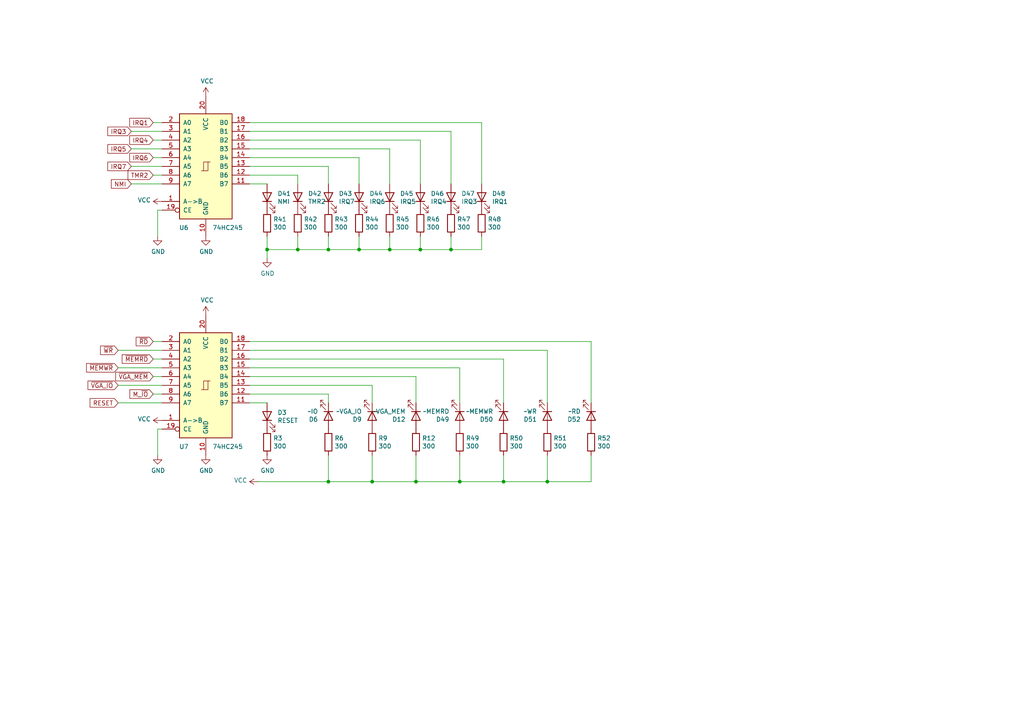
<source format=kicad_sch>
(kicad_sch (version 20230121) (generator eeschema)
  (paper "A4")
  (title_block (title "Mini8086 LED board") (rev "1.1"))
  (lib_symbols
    (symbol "74xx:74HC245" (pin_names (offset 1.016))
      (property "Reference" "U" (at -7.62 16.51 0))
      (property "Value" "74HC245" (at -7.62 -16.51 0))
      (symbol "74HC245_1_0"
        (polyline (pts (xy -0.635 -1.27) (xy -0.635 1.27) (xy 0.635 1.27)))
        (polyline (pts (xy -1.27 -1.27) (xy 0.635 -1.27) (xy 0.635 1.27) (xy 1.27 1.27)))
        (pin input line (at -12.7 -10.16 0) (length 5.08) (name "A->B") (number "1"))
        (pin power_in line (at 0 -20.32 90) (length 5.08) (name "GND") (number "10"))
        (pin tri_state line (at 12.7 -5.08 180) (length 5.08) (name "B7") (number "11"))
        (pin tri_state line (at 12.7 -2.54 180) (length 5.08) (name "B6") (number "12"))
        (pin tri_state line (at 12.7 0 180) (length 5.08) (name "B5") (number "13"))
        (pin tri_state line (at 12.7 2.54 180) (length 5.08) (name "B4") (number "14"))
        (pin tri_state line (at 12.7 5.08 180) (length 5.08) (name "B3") (number "15"))
        (pin tri_state line (at 12.7 7.62 180) (length 5.08) (name "B2") (number "16"))
        (pin tri_state line (at 12.7 10.16 180) (length 5.08) (name "B1") (number "17"))
        (pin tri_state line (at 12.7 12.7 180) (length 5.08) (name "B0") (number "18"))
        (pin input inverted (at -12.7 -12.7 0) (length 5.08) (name "CE") (number "19"))
        (pin tri_state line (at -12.7 12.7 0) (length 5.08) (name "A0") (number "2"))
        (pin power_in line (at 0 20.32 270) (length 5.08) (name "VCC") (number "20"))
        (pin tri_state line (at -12.7 10.16 0) (length 5.08) (name "A1") (number "3"))
        (pin tri_state line (at -12.7 7.62 0) (length 5.08) (name "A2") (number "4"))
        (pin tri_state line (at -12.7 5.08 0) (length 5.08) (name "A3") (number "5"))
        (pin tri_state line (at -12.7 2.54 0) (length 5.08) (name "A4") (number "6"))
        (pin tri_state line (at -12.7 0 0) (length 5.08) (name "A5") (number "7"))
        (pin tri_state line (at -12.7 -2.54 0) (length 5.08) (name "A6") (number "8"))
        (pin tri_state line (at -12.7 -5.08 0) (length 5.08) (name "A7") (number "9"))
      )
      (symbol "74HC245_1_1"
        (rectangle (start -7.62 15.24) (end 7.62 -15.24) (stroke (width 0.254)) (fill (type background)))
      )
    )
    (symbol "Device:LED" (pin_numbers hide) (pin_names (offset 1.016) hide)
      (property "Reference" "D" (at 0 2.54 0))
      (property "Value" "LED" (at 0 -2.54 0))
      (symbol "LED_0_1"
        (polyline (pts (xy -1.27 -1.27) (xy -1.27 1.27)) (stroke (width 0.254)))
        (polyline (pts (xy -1.27 0) (xy 1.27 0)))
        (polyline (pts (xy 1.27 -1.27) (xy 1.27 1.27) (xy -1.27 0) (xy 1.27 -1.27)) (stroke (width 0.254)))
        (polyline (pts (xy -3.048 -0.762) (xy -4.572 -2.286) (xy -3.81 -2.286) (xy -4.572 -2.286) (xy -4.572 -1.524)))
        (polyline (pts (xy -1.778 -0.762) (xy -3.302 -2.286) (xy -2.54 -2.286) (xy -3.302 -2.286) (xy -3.302 -1.524)))
      )
      (symbol "LED_1_1"
        (pin passive line (at -3.81 0 0) (length 2.54) (name "K") (number "1"))
        (pin passive line (at 3.81 0 180) (length 2.54) (name "A") (number "2"))
      )
    )
    (symbol "Device:R" (pin_numbers hide) (pin_names (offset 0))
      (property "Reference" "R" (at 2.032 0 90))
      (property "Value" "R" (at 0 0 90))
      (symbol "R_0_1"
        (rectangle (start -1.016 -2.54) (end 1.016 2.54) (stroke (width 0.254)))
      )
      (symbol "R_1_1"
        (pin passive line (at 0 3.81 270) (length 1.27) (name "~") (number "1"))
        (pin passive line (at 0 -3.81 90) (length 1.27) (name "~") (number "2"))
      )
    )
    (symbol "power:GND" (power) (pin_names (offset 0))
      (property "Value" "GND" (at 0 -3.81 0))
      (symbol "GND_0_1"
        (polyline (pts (xy 0 0) (xy 0 -1.27) (xy 1.27 -1.27) (xy 0 -2.54) (xy -1.27 -1.27) (xy 0 -1.27)))
      )
      (symbol "GND_1_1"
        (pin power_in line (at 0 0 270) (length 0) hide (name "GND") (number "1"))
      )
    )
    (symbol "power:VCC" (power) (pin_names (offset 0))
      (property "Value" "VCC" (at 0 3.81 0))
      (symbol "VCC_0_1"
        (polyline (pts (xy -0.762 1.27) (xy 0 2.54)))
        (polyline (pts (xy 0 0) (xy 0 2.54)))
        (polyline (pts (xy 0 2.54) (xy 0.762 1.27)))
      )
      (symbol "VCC_1_1"
        (pin power_in line (at 0 0 90) (length 0) hide (name "VCC") (number "1"))
      )
    )
  )
  (junction (at 104.14 72.39))
  (junction (at 120.65 139.7))
  (junction (at 130.81 72.39))
  (junction (at 86.36 72.39))
  (junction (at 95.25 72.39))
  (junction (at 107.95 139.7))
  (junction (at 95.25 139.7))
  (junction (at 133.35 139.7))
  (junction (at 77.47 72.39))
  (junction (at 113.03 72.39))
  (junction (at 146.05 139.7))
  (junction (at 121.92 72.39))
  (junction (at 158.75 139.7))
  (wire (pts (xy 77.47 72.39) (xy 77.47 74.93)))
  (wire (pts (xy 113.03 43.18) (xy 113.03 53.34)))
  (wire (pts (xy 38.1 43.18) (xy 46.99 43.18)))
  (wire (pts (xy 72.39 48.26) (xy 95.25 48.26)))
  (wire (pts (xy 72.39 111.76) (xy 107.95 111.76)))
  (wire (pts (xy 34.29 111.76) (xy 46.99 111.76)))
  (wire (pts (xy 171.45 99.06) (xy 171.45 116.84)))
  (wire (pts (xy 46.99 116.84) (xy 34.29 116.84)))
  (wire (pts (xy 72.39 43.18) (xy 113.03 43.18)))
  (wire (pts (xy 95.25 139.7) (xy 107.95 139.7)))
  (wire (pts (xy 121.92 40.64) (xy 121.92 53.34)))
  (wire (pts (xy 72.39 114.3) (xy 95.25 114.3)))
  (wire (pts (xy 72.39 45.72) (xy 104.14 45.72)))
  (wire (pts (xy 72.39 53.34) (xy 77.47 53.34)))
  (wire (pts (xy 95.25 132.08) (xy 95.25 139.7)))
  (wire (pts (xy 77.47 68.58) (xy 77.47 72.39)))
  (wire (pts (xy 130.81 72.39) (xy 130.81 68.58)))
  (wire (pts (xy 120.65 139.7) (xy 133.35 139.7)))
  (wire (pts (xy 113.03 72.39) (xy 113.03 68.58)))
  (wire (pts (xy 74.93 139.7) (xy 95.25 139.7)))
  (wire (pts (xy 72.39 38.1) (xy 130.81 38.1)))
  (wire (pts (xy 72.39 104.14) (xy 146.05 104.14)))
  (wire (pts (xy 158.75 101.6) (xy 158.75 116.84)))
  (wire (pts (xy 44.45 109.22) (xy 46.99 109.22)))
  (wire (pts (xy 133.35 139.7) (xy 133.35 132.08)))
  (wire (pts (xy 72.39 40.64) (xy 121.92 40.64)))
  (wire (pts (xy 34.29 101.6) (xy 46.99 101.6)))
  (wire (pts (xy 133.35 106.68) (xy 133.35 116.84)))
  (wire (pts (xy 104.14 45.72) (xy 104.14 53.34)))
  (wire (pts (xy 38.1 48.26) (xy 46.99 48.26)))
  (wire (pts (xy 107.95 132.08) (xy 107.95 139.7)))
  (wire (pts (xy 139.7 35.56) (xy 139.7 53.34)))
  (wire (pts (xy 44.45 35.56) (xy 46.99 35.56)))
  (wire (pts (xy 171.45 139.7) (xy 171.45 132.08)))
  (wire (pts (xy 72.39 101.6) (xy 158.75 101.6)))
  (wire (pts (xy 72.39 116.84) (xy 77.47 116.84)))
  (wire (pts (xy 158.75 139.7) (xy 158.75 132.08)))
  (wire (pts (xy 139.7 72.39) (xy 139.7 68.58)))
  (wire (pts (xy 130.81 38.1) (xy 130.81 53.34)))
  (wire (pts (xy 46.99 53.34) (xy 38.1 53.34)))
  (wire (pts (xy 130.81 72.39) (xy 139.7 72.39)))
  (wire (pts (xy 45.72 124.46) (xy 45.72 132.08)))
  (wire (pts (xy 133.35 139.7) (xy 146.05 139.7)))
  (wire (pts (xy 121.92 72.39) (xy 130.81 72.39)))
  (wire (pts (xy 120.65 132.08) (xy 120.65 139.7)))
  (wire (pts (xy 95.25 48.26) (xy 95.25 53.34)))
  (wire (pts (xy 158.75 139.7) (xy 171.45 139.7)))
  (wire (pts (xy 46.99 50.8) (xy 44.45 50.8)))
  (wire (pts (xy 38.1 38.1) (xy 46.99 38.1)))
  (wire (pts (xy 44.45 104.14) (xy 46.99 104.14)))
  (wire (pts (xy 44.45 99.06) (xy 46.99 99.06)))
  (wire (pts (xy 46.99 114.3) (xy 44.45 114.3)))
  (wire (pts (xy 34.29 106.68) (xy 46.99 106.68)))
  (wire (pts (xy 146.05 139.7) (xy 158.75 139.7)))
  (wire (pts (xy 107.95 139.7) (xy 120.65 139.7)))
  (wire (pts (xy 95.25 114.3) (xy 95.25 116.84)))
  (wire (pts (xy 72.39 99.06) (xy 171.45 99.06)))
  (wire (pts (xy 113.03 72.39) (xy 121.92 72.39)))
  (wire (pts (xy 146.05 139.7) (xy 146.05 132.08)))
  (wire (pts (xy 44.45 45.72) (xy 46.99 45.72)))
  (wire (pts (xy 95.25 68.58) (xy 95.25 72.39)))
  (wire (pts (xy 45.72 60.96) (xy 45.72 68.58)))
  (wire (pts (xy 107.95 111.76) (xy 107.95 116.84)))
  (wire (pts (xy 72.39 109.22) (xy 120.65 109.22)))
  (wire (pts (xy 86.36 50.8) (xy 86.36 53.34)))
  (wire (pts (xy 120.65 109.22) (xy 120.65 116.84)))
  (wire (pts (xy 86.36 72.39) (xy 95.25 72.39)))
  (wire (pts (xy 77.47 72.39) (xy 86.36 72.39)))
  (wire (pts (xy 72.39 35.56) (xy 139.7 35.56)))
  (wire (pts (xy 72.39 106.68) (xy 133.35 106.68)))
  (wire (pts (xy 104.14 72.39) (xy 113.03 72.39)))
  (wire (pts (xy 44.45 40.64) (xy 46.99 40.64)))
  (wire (pts (xy 146.05 104.14) (xy 146.05 116.84)))
  (wire (pts (xy 95.25 72.39) (xy 104.14 72.39)))
  (wire (pts (xy 72.39 50.8) (xy 86.36 50.8)))
  (wire (pts (xy 121.92 72.39) (xy 121.92 68.58)))
  (wire (pts (xy 104.14 68.58) (xy 104.14 72.39)))
  (wire (pts (xy 46.99 60.96) (xy 45.72 60.96)))
  (wire (pts (xy 86.36 68.58) (xy 86.36 72.39)))
  (wire (pts (xy 46.99 124.46) (xy 45.72 124.46)))
  (global_label "TMR2" (shape input) (at 44.45 50.8 180) (property "Intersheetrefs" "${INTERSHEET_REFS}" (effects hide)))
  (global_label "M_~{IO}" (shape input) (at 44.45 114.3 180) (property "Intersheetrefs" "${INTERSHEET_REFS}" (effects hide)))
  (global_label "~{MEMWR}" (shape input) (at 34.29 106.68 180) (property "Intersheetrefs" "${INTERSHEET_REFS}" (effects hide)))
  (global_label "IRQ6" (shape input) (at 44.45 45.72 180) (property "Intersheetrefs" "${INTERSHEET_REFS}" (effects hide)))
  (global_label "IRQ7" (shape input) (at 38.1 48.26 180) (property "Intersheetrefs" "${INTERSHEET_REFS}" (effects hide)))
  (global_label "IRQ1" (shape input) (at 44.45 35.56 180) (property "Intersheetrefs" "${INTERSHEET_REFS}" (effects hide)))
  (global_label "~{VGA_IO}" (shape input) (at 34.29 111.76 180) (property "Intersheetrefs" "${INTERSHEET_REFS}" (effects hide)))
  (global_label "IRQ3" (shape input) (at 38.1 38.1 180) (property "Intersheetrefs" "${INTERSHEET_REFS}" (effects hide)))
  (global_label "~{RD}" (shape input) (at 44.45 99.06 180) (property "Intersheetrefs" "${INTERSHEET_REFS}" (effects hide)))
  (global_label "~{MEMRD}" (shape input) (at 44.45 104.14 180) (property "Intersheetrefs" "${INTERSHEET_REFS}" (effects hide)))
  (global_label "NMI" (shape input) (at 38.1 53.34 180) (property "Intersheetrefs" "${INTERSHEET_REFS}" (effects hide)))
  (global_label "~{WR}" (shape input) (at 34.29 101.6 180) (property "Intersheetrefs" "${INTERSHEET_REFS}" (effects hide)))
  (global_label "~{VGA_MEM}" (shape input) (at 44.45 109.22 180) (property "Intersheetrefs" "${INTERSHEET_REFS}" (effects hide)))
  (global_label "IRQ5" (shape input) (at 38.1 43.18 180) (property "Intersheetrefs" "${INTERSHEET_REFS}" (effects hide)))
  (global_label "RESET" (shape input) (at 34.29 116.84 180) (property "Intersheetrefs" "${INTERSHEET_REFS}" (effects hide)))
  (global_label "IRQ4" (shape input) (at 44.45 40.64 180) (property "Intersheetrefs" "${INTERSHEET_REFS}" (effects hide)))
  (symbol (lib_id "74xx:74HC245") (at 59.69 111.76 0) (unit 1)
    (property "Reference" "U7" (at 53.34 129.54 0))
    (property "Value" "74HC245" (at 66.04 129.54 0))
    (property "Footprint" "Package_SO:SO-20_12.8x7.5mm_P1.27mm" (effects hide))
    (property "Datasheet" "http://www.ti.com/lit/gpn/sn74HC245" (effects hide))
    (property "LCSC" "C5625" (effects hide))
    (instances (project "led_board" (path "" (reference "U7") (unit 1)) (path "" (reference "U?") (unit 1))))
  )
  (symbol (lib_id "power:GND") (at 59.69 132.08 0) (unit 1)
    (property "Reference" "#PWR043" (effects hide))
    (property "Value" "GND" (at 59.817 136.4742 0))
    (instances (project "led_board" (path "" (reference "#PWR043") (unit 1)) (path "" (reference "#PWR?") (unit 1))))
  )
  (symbol (lib_id "power:VCC") (at 59.69 91.44 0) (unit 1)
    (property "Reference" "#PWR042" (effects hide))
    (property "Value" "VCC" (at 60.071 87.0458 0))
    (instances (project "led_board" (path "" (reference "#PWR042") (unit 1)) (path "" (reference "#PWR?") (unit 1))))
  )
  (symbol (lib_id "power:GND") (at 45.72 132.08 0) (unit 1)
    (property "Reference" "#PWR039" (effects hide))
    (property "Value" "GND" (at 45.847 136.4742 0))
    (instances (project "led_board" (path "" (reference "#PWR039") (unit 1)) (path "" (reference "#PWR?") (unit 1))))
  )
  (symbol (lib_id "power:VCC") (at 46.99 121.92 90) (unit 1)
    (property "Reference" "#PWR041" (effects hide))
    (property "Value" "VCC" (at 43.7642 121.539 90) (effects (justify left)))
    (instances (project "led_board" (path "" (reference "#PWR041") (unit 1)) (path "" (reference "#PWR?") (unit 1))))
  )
  (symbol (lib_id "Device:LED") (at 77.47 120.65 90) (unit 1)
    (property "Reference" "D3" (at 80.4672 119.6594 90) (effects (justify right)))
    (property "Value" "RESET" (at 80.4672 121.9708 90) (effects (justify right)))
    (property "Footprint" "LED_SMD:LED_0603_1608Metric" (effects hide))
    (instances (project "led_board" (path "" (reference "D3") (unit 1)) (path "" (reference "D?") (unit 1))))
  )
  (symbol (lib_id "Device:LED") (at 95.25 120.65 270) (unit 1)
    (property "Reference" "D6" (at 92.2528 121.6406 90) (effects (justify right)))
    (property "Value" "~IO" (at 92.2528 119.3292 90) (effects (justify right)))
    (property "Footprint" "LED_SMD:LED_0603_1608Metric" (effects hide))
    (instances (project "led_board" (path "" (reference "D6") (unit 1)) (path "" (reference "D?") (unit 1))))
  )
  (symbol (lib_id "Device:LED") (at 107.95 120.65 270) (unit 1)
    (property "Reference" "D9" (at 104.9528 121.6406 90) (effects (justify right)))
    (property "Value" "~VGA_IO" (at 104.9528 119.3292 90) (effects (justify right)))
    (property "Footprint" "LED_SMD:LED_0603_1608Metric" (effects hide))
    (instances (project "led_board" (path "" (reference "D9") (unit 1)) (path "" (reference "D?") (unit 1))))
  )
  (symbol (lib_id "Device:LED") (at 120.65 120.65 270) (unit 1)
    (property "Reference" "D12" (at 117.6528 121.6406 90) (effects (justify right)))
    (property "Value" "~VGA_MEM" (at 117.6528 119.3292 90) (effects (justify right)))
    (property "Footprint" "LED_SMD:LED_0603_1608Metric" (effects hide))
    (instances (project "led_board" (path "" (reference "D12") (unit 1)) (path "" (reference "D?") (unit 1))))
  )
  (symbol (lib_id "Device:LED") (at 133.35 120.65 270) (unit 1)
    (property "Reference" "D49" (at 130.3528 121.6406 90) (effects (justify right)))
    (property "Value" "~MEMRD" (at 130.3528 119.3292 90) (effects (justify right)))
    (property "Footprint" "LED_SMD:LED_0603_1608Metric" (effects hide))
    (instances (project "led_board" (path "" (reference "D49") (unit 1)) (path "" (reference "D?") (unit 1))))
  )
  (symbol (lib_id "Device:LED") (at 146.05 120.65 270) (unit 1)
    (property "Reference" "D50" (at 143.0528 121.6406 90) (effects (justify right)))
    (property "Value" "~MEMWR" (at 143.0528 119.3292 90) (effects (justify right)))
    (property "Footprint" "LED_SMD:LED_0603_1608Metric" (effects hide))
    (instances (project "led_board" (path "" (reference "D50") (unit 1)) (path "" (reference "D?") (unit 1))))
  )
  (symbol (lib_id "Device:LED") (at 158.75 120.65 270) (unit 1)
    (property "Reference" "D51" (at 155.7528 121.6406 90) (effects (justify right)))
    (property "Value" "~WR" (at 155.7528 119.3292 90) (effects (justify right)))
    (property "Footprint" "LED_SMD:LED_0603_1608Metric" (effects hide))
    (instances (project "led_board" (path "" (reference "D51") (unit 1)) (path "" (reference "D?") (unit 1))))
  )
  (symbol (lib_id "Device:LED") (at 171.45 120.65 270) (unit 1)
    (property "Reference" "D52" (at 168.4528 121.6406 90) (effects (justify right)))
    (property "Value" "~RD" (at 168.4528 119.3292 90) (effects (justify right)))
    (property "Footprint" "LED_SMD:LED_0603_1608Metric" (effects hide))
    (instances (project "led_board" (path "" (reference "D52") (unit 1)) (path "" (reference "D?") (unit 1))))
  )
  (symbol (lib_id "Device:R") (at 171.45 128.27 0) (unit 1)
    (property "Reference" "R52" (at 173.228 127.1016 0) (effects (justify left)))
    (property "Value" "300" (at 173.228 129.413 0) (effects (justify left)))
    (property "Footprint" "Resistor_SMD:R_1206_3216Metric" (effects hide))
    (property "LCSC" "C17887" (effects hide))
    (instances (project "led_board" (path "" (reference "R52") (unit 1)) (path "" (reference "R?") (unit 1))))
  )
  (symbol (lib_id "Device:R") (at 158.75 128.27 0) (unit 1)
    (property "Reference" "R51" (at 160.528 127.1016 0) (effects (justify left)))
    (property "Value" "300" (at 160.528 129.413 0) (effects (justify left)))
    (property "Footprint" "Resistor_SMD:R_1206_3216Metric" (effects hide))
    (property "LCSC" "C17887" (effects hide))
    (instances (project "led_board" (path "" (reference "R51") (unit 1)) (path "" (reference "R?") (unit 1))))
  )
  (symbol (lib_id "Device:R") (at 146.05 128.27 0) (unit 1)
    (property "Reference" "R50" (at 147.828 127.1016 0) (effects (justify left)))
    (property "Value" "300" (at 147.828 129.413 0) (effects (justify left)))
    (property "Footprint" "Resistor_SMD:R_1206_3216Metric" (effects hide))
    (property "LCSC" "C17887" (effects hide))
    (instances (project "led_board" (path "" (reference "R50") (unit 1)) (path "" (reference "R?") (unit 1))))
  )
  (symbol (lib_id "Device:R") (at 133.35 128.27 0) (unit 1)
    (property "Reference" "R49" (at 135.128 127.1016 0) (effects (justify left)))
    (property "Value" "300" (at 135.128 129.413 0) (effects (justify left)))
    (property "Footprint" "Resistor_SMD:R_1206_3216Metric" (effects hide))
    (property "LCSC" "C17887" (effects hide))
    (instances (project "led_board" (path "" (reference "R49") (unit 1)) (path "" (reference "R?") (unit 1))))
  )
  (symbol (lib_id "Device:R") (at 120.65 128.27 0) (unit 1)
    (property "Reference" "R12" (at 122.428 127.1016 0) (effects (justify left)))
    (property "Value" "300" (at 122.428 129.413 0) (effects (justify left)))
    (property "Footprint" "Resistor_SMD:R_1206_3216Metric" (effects hide))
    (property "LCSC" "C17887" (effects hide))
    (instances (project "led_board" (path "" (reference "R12") (unit 1)) (path "" (reference "R?") (unit 1))))
  )
  (symbol (lib_id "Device:R") (at 107.95 128.27 0) (unit 1)
    (property "Reference" "R9" (at 109.728 127.1016 0) (effects (justify left)))
    (property "Value" "300" (at 109.728 129.413 0) (effects (justify left)))
    (property "Footprint" "Resistor_SMD:R_1206_3216Metric" (effects hide))
    (property "LCSC" "C17887" (effects hide))
    (instances (project "led_board" (path "" (reference "R9") (unit 1)) (path "" (reference "R?") (unit 1))))
  )
  (symbol (lib_id "Device:R") (at 95.25 128.27 0) (unit 1)
    (property "Reference" "R6" (at 97.028 127.1016 0) (effects (justify left)))
    (property "Value" "300" (at 97.028 129.413 0) (effects (justify left)))
    (property "Footprint" "Resistor_SMD:R_1206_3216Metric" (effects hide))
    (property "LCSC" "C17887" (effects hide))
    (instances (project "led_board" (path "" (reference "R6") (unit 1)) (path "" (reference "R?") (unit 1))))
  )
  (symbol (lib_id "Device:R") (at 77.47 128.27 0) (unit 1)
    (property "Reference" "R3" (at 79.248 127.1016 0) (effects (justify left)))
    (property "Value" "300" (at 79.248 129.413 0) (effects (justify left)))
    (property "Footprint" "Resistor_SMD:R_1206_3216Metric" (effects hide))
    (property "LCSC" "C17887" (effects hide))
    (instances (project "led_board" (path "" (reference "R3") (unit 1)) (path "" (reference "R?") (unit 1))))
  )
  (symbol (lib_id "74xx:74HC245") (at 59.69 48.26 0) (unit 1)
    (property "Reference" "U6" (at 53.34 66.04 0))
    (property "Value" "74HC245" (at 66.04 66.04 0))
    (property "Footprint" "Package_SO:SO-20_12.8x7.5mm_P1.27mm" (effects hide))
    (property "Datasheet" "http://www.ti.com/lit/gpn/sn74HC245" (effects hide))
    (property "LCSC" "C5625" (effects hide))
    (instances (project "led_board" (path "" (reference "U6") (unit 1)) (path "" (reference "U?") (unit 1))))
  )
  (symbol (lib_id "power:GND") (at 59.69 68.58 0) (unit 1)
    (property "Reference" "#PWR038" (effects hide))
    (property "Value" "GND" (at 59.817 72.9742 0))
    (instances (project "led_board" (path "" (reference "#PWR038") (unit 1)) (path "" (reference "#PWR?") (unit 1))))
  )
  (symbol (lib_id "power:VCC") (at 59.69 27.94 0) (unit 1)
    (property "Reference" "#PWR037" (effects hide))
    (property "Value" "VCC" (at 60.071 23.5458 0))
    (instances (project "led_board" (path "" (reference "#PWR037") (unit 1)) (path "" (reference "#PWR?") (unit 1))))
  )
  (symbol (lib_id "power:GND") (at 45.72 68.58 0) (unit 1)
    (property "Reference" "#PWR035" (effects hide))
    (property "Value" "GND" (at 45.847 72.9742 0))
    (instances (project "led_board" (path "" (reference "#PWR035") (unit 1)) (path "" (reference "#PWR?") (unit 1))))
  )
  (symbol (lib_id "power:VCC") (at 46.99 58.42 90) (unit 1)
    (property "Reference" "#PWR036" (effects hide))
    (property "Value" "VCC" (at 43.7642 58.039 90) (effects (justify left)))
    (instances (project "led_board" (path "" (reference "#PWR036") (unit 1)) (path "" (reference "#PWR?") (unit 1))))
  )
  (symbol (lib_id "Device:LED") (at 77.47 57.15 90) (unit 1)
    (property "Reference" "D41" (at 80.4672 56.1594 90) (effects (justify right)))
    (property "Value" "NMI" (at 80.4672 58.4708 90) (effects (justify right)))
    (property "Footprint" "LED_SMD:LED_0603_1608Metric" (effects hide))
    (instances (project "led_board" (path "" (reference "D41") (unit 1)) (path "" (reference "D?") (unit 1))))
  )
  (symbol (lib_id "Device:LED") (at 86.36 57.15 90) (unit 1)
    (property "Reference" "D42" (at 89.3572 56.1594 90) (effects (justify right)))
    (property "Value" "TMR2" (at 89.3572 58.4708 90) (effects (justify right)))
    (property "Footprint" "LED_SMD:LED_0603_1608Metric" (effects hide))
    (instances (project "led_board" (path "" (reference "D42") (unit 1)) (path "" (reference "D?") (unit 1))))
  )
  (symbol (lib_id "Device:LED") (at 95.25 57.15 90) (unit 1)
    (property "Reference" "D43" (at 98.2472 56.1594 90) (effects (justify right)))
    (property "Value" "IRQ7" (at 98.2472 58.4708 90) (effects (justify right)))
    (property "Footprint" "LED_SMD:LED_0603_1608Metric" (effects hide))
    (instances (project "led_board" (path "" (reference "D43") (unit 1)) (path "" (reference "D?") (unit 1))))
  )
  (symbol (lib_id "Device:LED") (at 104.14 57.15 90) (unit 1)
    (property "Reference" "D44" (at 107.1372 56.1594 90) (effects (justify right)))
    (property "Value" "IRQ6" (at 107.1372 58.4708 90) (effects (justify right)))
    (property "Footprint" "LED_SMD:LED_0603_1608Metric" (effects hide))
    (instances (project "led_board" (path "" (reference "D44") (unit 1)) (path "" (reference "D?") (unit 1))))
  )
  (symbol (lib_id "Device:LED") (at 113.03 57.15 90) (unit 1)
    (property "Reference" "D45" (at 116.0272 56.1594 90) (effects (justify right)))
    (property "Value" "IRQ5" (at 116.0272 58.4708 90) (effects (justify right)))
    (property "Footprint" "LED_SMD:LED_0603_1608Metric" (effects hide))
    (instances (project "led_board" (path "" (reference "D45") (unit 1)) (path "" (reference "D?") (unit 1))))
  )
  (symbol (lib_id "Device:LED") (at 121.92 57.15 90) (unit 1)
    (property "Reference" "D46" (at 124.9172 56.1594 90) (effects (justify right)))
    (property "Value" "IRQ4" (at 124.9172 58.4708 90) (effects (justify right)))
    (property "Footprint" "LED_SMD:LED_0603_1608Metric" (effects hide))
    (instances (project "led_board" (path "" (reference "D46") (unit 1)) (path "" (reference "D?") (unit 1))))
  )
  (symbol (lib_id "Device:LED") (at 130.81 57.15 90) (unit 1)
    (property "Reference" "D47" (at 133.8072 56.1594 90) (effects (justify right)))
    (property "Value" "IRQ3" (at 133.8072 58.4708 90) (effects (justify right)))
    (property "Footprint" "LED_SMD:LED_0603_1608Metric" (effects hide))
    (instances (project "led_board" (path "" (reference "D47") (unit 1)) (path "" (reference "D?") (unit 1))))
  )
  (symbol (lib_id "Device:LED") (at 139.7 57.15 90) (unit 1)
    (property "Reference" "D48" (at 142.6972 56.1594 90) (effects (justify right)))
    (property "Value" "IRQ1" (at 142.6972 58.4708 90) (effects (justify right)))
    (property "Footprint" "LED_SMD:LED_0603_1608Metric" (effects hide))
    (instances (project "led_board" (path "" (reference "D48") (unit 1)) (path "" (reference "D?") (unit 1))))
  )
  (symbol (lib_id "Device:R") (at 139.7 64.77 0) (unit 1)
    (property "Reference" "R48" (at 141.478 63.6016 0) (effects (justify left)))
    (property "Value" "300" (at 141.478 65.913 0) (effects (justify left)))
    (property "Footprint" "Resistor_SMD:R_1206_3216Metric" (effects hide))
    (property "LCSC" "C17887" (effects hide))
    (instances (project "led_board" (path "" (reference "R48") (unit 1)) (path "" (reference "R?") (unit 1))))
  )
  (symbol (lib_id "Device:R") (at 130.81 64.77 0) (unit 1)
    (property "Reference" "R47" (at 132.588 63.6016 0) (effects (justify left)))
    (property "Value" "300" (at 132.588 65.913 0) (effects (justify left)))
    (property "Footprint" "Resistor_SMD:R_1206_3216Metric" (effects hide))
    (property "LCSC" "C17887" (effects hide))
    (instances (project "led_board" (path "" (reference "R47") (unit 1)) (path "" (reference "R?") (unit 1))))
  )
  (symbol (lib_id "Device:R") (at 121.92 64.77 0) (unit 1)
    (property "Reference" "R46" (at 123.698 63.6016 0) (effects (justify left)))
    (property "Value" "300" (at 123.698 65.913 0) (effects (justify left)))
    (property "Footprint" "Resistor_SMD:R_1206_3216Metric" (effects hide))
    (property "LCSC" "C17887" (effects hide))
    (instances (project "led_board" (path "" (reference "R46") (unit 1)) (path "" (reference "R?") (unit 1))))
  )
  (symbol (lib_id "Device:R") (at 113.03 64.77 0) (unit 1)
    (property "Reference" "R45" (at 114.808 63.6016 0) (effects (justify left)))
    (property "Value" "300" (at 114.808 65.913 0) (effects (justify left)))
    (property "Footprint" "Resistor_SMD:R_1206_3216Metric" (effects hide))
    (property "LCSC" "C17887" (effects hide))
    (instances (project "led_board" (path "" (reference "R45") (unit 1)) (path "" (reference "R?") (unit 1))))
  )
  (symbol (lib_id "Device:R") (at 104.14 64.77 0) (unit 1)
    (property "Reference" "R44" (at 105.918 63.6016 0) (effects (justify left)))
    (property "Value" "300" (at 105.918 65.913 0) (effects (justify left)))
    (property "Footprint" "Resistor_SMD:R_1206_3216Metric" (effects hide))
    (property "LCSC" "C17887" (effects hide))
    (instances (project "led_board" (path "" (reference "R44") (unit 1)) (path "" (reference "R?") (unit 1))))
  )
  (symbol (lib_id "Device:R") (at 95.25 64.77 0) (unit 1)
    (property "Reference" "R43" (at 97.028 63.6016 0) (effects (justify left)))
    (property "Value" "300" (at 97.028 65.913 0) (effects (justify left)))
    (property "Footprint" "Resistor_SMD:R_1206_3216Metric" (effects hide))
    (property "LCSC" "C17887" (effects hide))
    (instances (project "led_board" (path "" (reference "R43") (unit 1)) (path "" (reference "R?") (unit 1))))
  )
  (symbol (lib_id "Device:R") (at 86.36 64.77 0) (unit 1)
    (property "Reference" "R42" (at 88.138 63.6016 0) (effects (justify left)))
    (property "Value" "300" (at 88.138 65.913 0) (effects (justify left)))
    (property "Footprint" "Resistor_SMD:R_1206_3216Metric" (effects hide))
    (property "LCSC" "C17887" (effects hide))
    (instances (project "led_board" (path "" (reference "R42") (unit 1)) (path "" (reference "R?") (unit 1))))
  )
  (symbol (lib_id "Device:R") (at 77.47 64.77 0) (unit 1)
    (property "Reference" "R41" (at 79.248 63.6016 0) (effects (justify left)))
    (property "Value" "300" (at 79.248 65.913 0) (effects (justify left)))
    (property "Footprint" "Resistor_SMD:R_1206_3216Metric" (effects hide))
    (property "LCSC" "C17887" (effects hide))
    (instances (project "led_board" (path "" (reference "R41") (unit 1)) (path "" (reference "R?") (unit 1))))
  )
  (symbol (lib_id "power:GND") (at 77.47 74.93 0) (unit 1)
    (property "Reference" "#PWR040" (effects hide))
    (property "Value" "GND" (at 77.597 79.3242 0))
    (instances (project "led_board" (path "" (reference "#PWR040") (unit 1)) (path "" (reference "#PWR?") (unit 1))))
  )
  (symbol (lib_id "power:VCC") (at 74.93 139.7 90) (unit 1)
    (property "Reference" "#PWR044" (effects hide))
    (property "Value" "VCC" (at 71.7042 139.319 90) (effects (justify left)))
    (instances (project "led_board" (path "" (reference "#PWR044") (unit 1)) (path "" (reference "#PWR?") (unit 1))))
  )
  (symbol (lib_id "power:GND") (at 77.47 132.08 0) (unit 1)
    (property "Reference" "#PWR045" (effects hide))
    (property "Value" "GND" (at 77.597 136.4742 0))
    (instances (project "led_board" (path "" (reference "#PWR045") (unit 1)) (path "" (reference "#PWR?") (unit 1))))
  )
)
</source>
